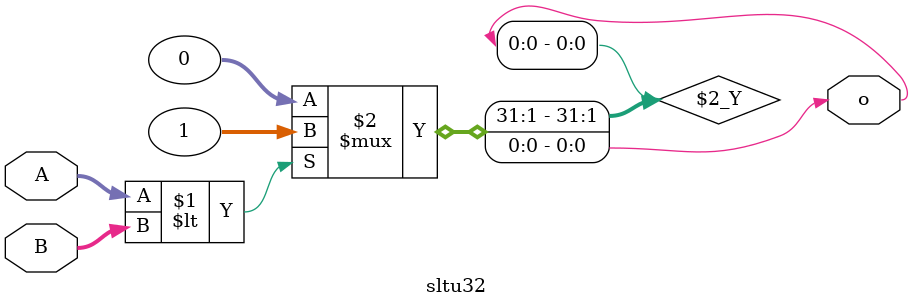
<source format=v>
`timescale 1ns / 1ps
module sltu32(
input wire[31:0] A,
input wire[31:0] B,
output wire o
    );

assign o = A<B?1:0;

endmodule

</source>
